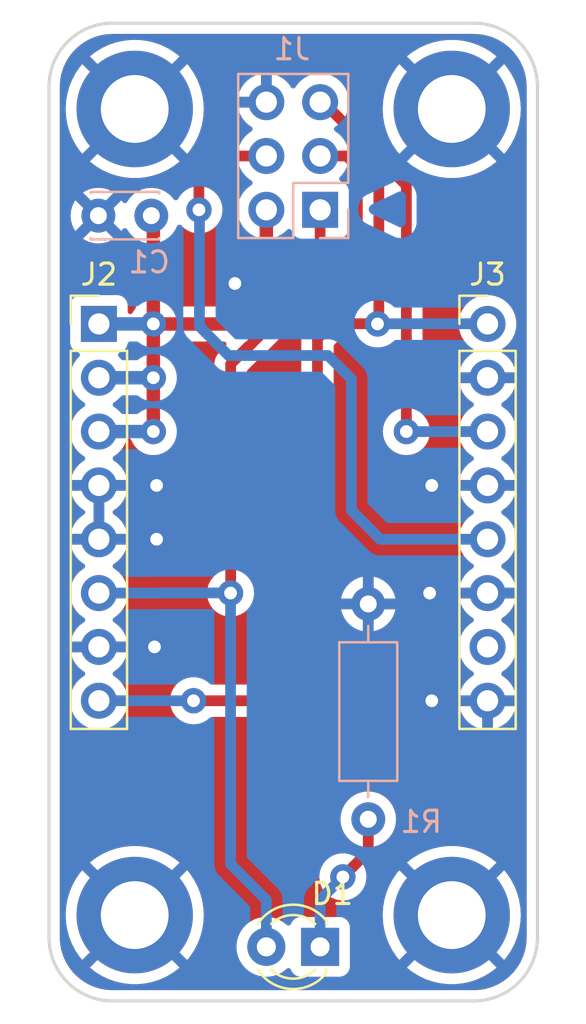
<source format=kicad_pcb>
(kicad_pcb (version 20211014) (generator pcbnew)
  (title_block (title "JTAG_ISP / ISP") (date "2022-03-18") (rev "v4.2.0"))
  (layers (0 "F.Cu" signal) (31 "B.Cu" signal) (34 "B.Paste" user) (35 "F.Paste" user) (36 "B.SilkS" user "B.Silkscreen") (37 "F.SilkS" user "F.Silkscreen") (38 "B.Mask" user) (39 "F.Mask" user) (44 "Edge.Cuts" user))
  (net 0 "")
  (net 1 "+5V")
  (net 2 "GND")
  (net 3 "MISO")
  (net 4 "SCLK")
  (net 5 "RESET")
  (net 6 "MOSI")
  (net 8 "Net-(D1-Pad1)")
  (footprint "Connector_PinHeader_2.54mm:PinHeader_1x08_P2.54mm_Vertical" (layer "F.Cu") (at 147.179995 75.505767)
    (fp_text reference "J2" (at 0 -2.33) (layer "F.SilkS"))
    (fp_text value "Conn_01x08")
    (fp_line (start 1.33 1.27) (end 1.33 19.11) (layer "F.SilkS") (width 0.12))
    (fp_line (start -1.33 1.27) (end 1.33 1.27) (layer "F.SilkS") (width 0.12))
    (fp_line (start -1.33 19.11) (end 1.33 19.11) (layer "F.SilkS") (width 0.12))
    (fp_line (start -1.33 1.27) (end -1.33 19.11) (layer "F.SilkS") (width 0.12))
    (fp_line (start -1.33 -1.33) (end 0 -1.33) (layer "F.SilkS") (width 0.12))
    (fp_line (start -1.33 0) (end -1.33 -1.33) (layer "F.SilkS") (width 0.12))
    (pad "1" thru_hole rect locked (at 0 0) (size 1.7 1.7) (drill 1) (layers *.Cu *.Mask) (net 1 "+5V"))
    (pad "2" thru_hole oval locked (at 0 2.54) (size 1.7 1.7) (drill 1) (layers *.Cu *.Mask) (net 1 "+5V"))
    (pad "3" thru_hole oval locked (at 0 5.08) (size 1.7 1.7) (drill 1) (layers *.Cu *.Mask) (net 1 "+5V"))
    (pad "4" thru_hole oval locked (at 0 7.62) (size 1.7 1.7) (drill 1) (layers *.Cu *.Mask) (net 2 "GND"))
    (pad "5" thru_hole oval locked (at 0 10.16) (size 1.7 1.7) (drill 1) (layers *.Cu *.Mask) (net 2 "GND"))
    (pad "6" thru_hole oval locked (at 0 12.7) (size 1.7 1.7) (drill 1) (layers *.Cu *.Mask) (net 3 "MISO"))
    (pad "7" thru_hole oval locked (at 0 15.24) (size 1.7 1.7) (drill 1) (layers *.Cu *.Mask) (net 2 "GND"))
    (pad "8" thru_hole oval locked (at 0 17.78) (size 1.7 1.7) (drill 1) (layers *.Cu *.Mask) (net 4 "SCLK"))
  )
  (footprint "MountingHole:MountingHole_3.2mm_M3_ISO14580_Pad" (layer "F.Cu") (at 148.871991 65.363573)
    (fp_text reference "REF**" hide)
    (fp_text value "MountingHole_3.2mm_M3_ISO14580_Pad" hide)
    (pad "1" thru_hole circle locked (at 0 0) (size 5.5 5.5) (drill 3.2) (layers *.Cu *.Mask) (net 2 "GND"))
  )
  (footprint "MountingHole:MountingHole_3.2mm_M3_ISO14580_Pad" (layer "F.Cu") (at 148.871991 103.399996)
    (fp_text reference "REF**" hide)
    (fp_text value "MountingHole_3.2mm_M3_ISO14580_Pad" hide)
    (pad "1" thru_hole circle locked (at 0 0) (size 5.5 5.5) (drill 3.2) (layers *.Cu *.Mask) (net 2 "GND"))
  )
  (footprint "Connector_PinHeader_2.54mm:PinHeader_1x08_P2.54mm_Vertical" (layer "F.Cu") (at 165.542011 75.505767)
    (fp_text reference "J3" (at 0 -2.33) (layer "F.SilkS"))
    (fp_text value "Conn_01x08")
    (fp_line (start 1.33 1.27) (end 1.33 19.11) (layer "F.SilkS") (width 0.12))
    (fp_line (start -1.33 1.27) (end 1.33 1.27) (layer "F.SilkS") (width 0.12))
    (fp_line (start -1.33 1.27) (end -1.33 19.11) (layer "F.SilkS") (width 0.12))
    (fp_line (start -1.33 19.11) (end 1.33 19.11) (layer "F.SilkS") (width 0.12))
    (fp_line (start -1.33 0) (end -1.33 -1.33) (layer "F.SilkS") (width 0.12))
    (fp_line (start -1.33 -1.33) (end 0 -1.33) (layer "F.SilkS") (width 0.12))
    (pad "1" thru_hole circle (at 0 0) (size 1.7 1.7) (drill 1) (layers *.Cu *.Mask) (net 4 "SCLK"))
    (pad "2" thru_hole oval (at 0 2.54) (size 1.7 1.7) (drill 1) (layers *.Cu *.Mask) (net 2 "GND"))
    (pad "3" thru_hole oval (at 0 5.08) (size 1.7 1.7) (drill 1) (layers *.Cu *.Mask) (net 5 "RESET"))
    (pad "4" thru_hole oval (at 0 7.62) (size 1.7 1.7) (drill 1) (layers *.Cu *.Mask) (net 2 "GND"))
    (pad "5" thru_hole oval (at 0 10.16) (size 1.7 1.7) (drill 1) (layers *.Cu *.Mask) (net 6 "MOSI"))
    (pad "6" thru_hole oval (at 0 12.7) (size 1.7 1.7) (drill 1) (layers *.Cu *.Mask) (net 2 "GND"))
    (pad "7" thru_hole oval (at 0 15.24) (size 1.7 1.7) (drill 1) (layers *.Cu *.Mask))
    (pad "8" thru_hole oval (at 0 17.78) (size 1.7 1.7) (drill 1) (layers *.Cu *.Mask) (net 2 "GND"))
  )
  (footprint "MountingHole:MountingHole_3.2mm_M3_ISO14580_Pad" (layer "F.Cu") (at 163.84999 65.363573)
    (fp_text reference "REF**" hide)
    (fp_text value "MountingHole_3.2mm_M3_ISO14580_Pad" hide)
    (pad "1" thru_hole circle locked (at 0 0) (size 5.5 5.5) (drill 3.2) (layers *.Cu *.Mask) (net 2 "GND"))
  )
  (footprint "MountingHole:MountingHole_3.2mm_M3_ISO14580_Pad" (layer "F.Cu") (at 163.84999 103.399996)
    (fp_text reference "REF**" hide)
    (fp_text value "MountingHole_3.2mm_M3_ISO14580_Pad" hide)
    (pad "1" thru_hole circle locked (at 0 0) (size 5.5 5.5) (drill 3.2) (layers *.Cu *.Mask) (net 2 "GND"))
  )
  (footprint "LED_THT:LED_D3.0mm" (layer "F.Cu") (at 157.631001 104.897568 180)
    (fp_text reference "D1" (at -0.575011 2.5) (layer "F.SilkS"))
    (fp_text value "LED")
    (fp_line (start -0.29 1.08) (end -0.29 1.236) (layer "F.SilkS") (width 0.12))
    (fp_line (start -0.29 -1.236) (end -0.29 -1.08) (layer "F.SilkS") (width 0.12))
    (fp_arc (start 2.942335 1.078608) (mid 1.366487 1.987659) (end -0.29 1.235516) (layer "F.SilkS") (width 0.12))
    (fp_arc (start 2.31113 1.079837) (mid 1.270117 1.5) (end 0.229039 1.08) (layer "F.SilkS") (width 0.12))
    (fp_arc (start -0.29 -1.235516) (mid 1.366487 -1.987659) (end 2.942335 -1.078608) (layer "F.SilkS") (width 0.12))
    (fp_arc (start 0.229039 -1.08) (mid 1.270117 -1.5) (end 2.31113 -1.079837) (layer "F.SilkS") (width 0.12))
    (pad "1" thru_hole rect locked (at 0 0 180) (size 1.8 1.8) (drill 0.9) (layers *.Cu *.Mask) (net 8 "Net-(D1-Pad1)"))
    (pad "2" thru_hole circle locked (at 2.54 0 180) (size 1.8 1.8) (drill 0.9) (layers *.Cu *.Mask) (net 3 "MISO"))
  )
  (footprint "Resistor_THT:R_Axial_DIN0207_L6.3mm_D2.5mm_P10.16mm_Horizontal" (layer "B.Cu") (at 159.906012 98.877568 90)
    (fp_text reference "R1" (at -0.12 2.5 180) (layer "B.SilkS") (effects (justify mirror)))
    (fp_text value "2k")
    (fp_line (start 1.04 0) (end 1.81 0) (layer "B.SilkS") (width 0.12))
    (fp_line (start 1.81 1.37) (end 1.81 -1.37) (layer "B.SilkS") (width 0.12))
    (fp_line (start 1.81 -1.37) (end 8.35 -1.37) (layer "B.SilkS") (width 0.12))
    (fp_line (start 8.35 1.37) (end 1.81 1.37) (layer "B.SilkS") (width 0.12))
    (fp_line (start 8.35 -1.37) (end 8.35 1.37) (layer "B.SilkS") (width 0.12))
    (fp_line (start 9.12 0) (end 8.35 0) (layer "B.SilkS") (width 0.12))
    (pad "1" thru_hole circle locked (at 0 0 90) (size 1.6 1.6) (drill 0.8) (layers *.Cu *.Mask) (net 8 "Net-(D1-Pad1)"))
    (pad "2" thru_hole oval locked (at 10.16 0 90) (size 1.6 1.6) (drill 0.8) (layers *.Cu *.Mask) (net 2 "GND"))
  )
  (footprint "Capacitor_THT:C_Disc_D3.0mm_W2.0mm_P2.50mm" (layer "B.Cu") (at 149.656012 70.397568 180)
    (fp_text reference "C1" (at 0.1 -2.2 180) (layer "B.SilkS") (effects (justify mirror)))
    (fp_text value "100nF")
    (fp_line (start -0.37 1.12) (end 2.87 1.12) (layer "B.SilkS") (width 0.12))
    (fp_line (start -0.37 -1.12) (end 2.87 -1.12) (layer "B.SilkS") (width 0.12))
    (fp_line (start -0.37 1.12) (end -0.37 1.055) (layer "B.SilkS") (width 0.12))
    (fp_line (start 2.87 -1.055) (end 2.87 -1.12) (layer "B.SilkS") (width 0.12))
    (fp_line (start 2.87 1.12) (end 2.87 1.055) (layer "B.SilkS") (width 0.12))
    (fp_line (start -0.37 -1.055) (end -0.37 -1.12) (layer "B.SilkS") (width 0.12))
    (pad "1" thru_hole circle locked (at 0 0 180) (size 1.6 1.6) (drill 0.8) (layers *.Cu *.Mask) (net 1 "+5V"))
    (pad "2" thru_hole circle locked (at 2.5 0 180) (size 1.6 1.6) (drill 0.8) (layers *.Cu *.Mask) (net 2 "GND"))
  )
  (footprint "Connector_PinSocket_2.54mm:PinSocket_2x03_P2.54mm_Vertical" (layer "B.Cu") (at 157.631003 70.122567)
    (fp_text reference "J1" (at -1.335038 -7.583203) (layer "B.SilkS") (effects (justify mirror)))
    (fp_text value "Conn_02x03_Odd_Even")
    (fp_line (start -3.87 -6.41) (end 1.33 -6.41) (layer "B.SilkS") (width 0.12))
    (fp_line (start -1.27 1.33) (end -1.27 -1.27) (layer "B.SilkS") (width 0.12))
    (fp_line (start 1.33 -1.27) (end 1.33 -6.41) (layer "B.SilkS") (width 0.12))
    (fp_line (start 1.33 1.33) (end 1.33 0) (layer "B.SilkS") (width 0.12))
    (fp_line (start 0 1.33) (end 1.33 1.33) (layer "B.SilkS") (width 0.12))
    (fp_line (start -1.27 -1.27) (end 1.33 -1.27) (layer "B.SilkS") (width 0.12))
    (fp_line (start -3.87 1.33) (end -3.87 -6.41) (layer "B.SilkS") (width 0.12))
    (fp_line (start -3.87 1.33) (end -1.27 1.33) (layer "B.SilkS") (width 0.12))
    (pad "1" thru_hole rect locked (at 0 0) (size 1.7 1.7) (drill 1) (layers *.Cu *.Mask) (net 3 "MISO"))
    (pad "2" thru_hole oval locked (at -2.54 0) (size 1.7 1.7) (drill 1) (layers *.Cu *.Mask) (net 1 "+5V"))
    (pad "3" thru_hole oval locked (at 0 -2.54) (size 1.7 1.7) (drill 1) (layers *.Cu *.Mask) (net 4 "SCLK"))
    (pad "4" thru_hole oval locked (at -2.54 -2.54) (size 1.7 1.7) (drill 1) (layers *.Cu *.Mask) (net 6 "MOSI"))
    (pad "5" thru_hole oval locked (at 0 -5.08) (size 1.7 1.7) (drill 1) (layers *.Cu *.Mask) (net 5 "RESET"))
    (pad "6" thru_hole oval locked (at -2.54 -5.08) (size 1.7 1.7) (drill 1) (layers *.Cu *.Mask) (net 2 "GND"))
  )
  (footprint "THOMAS_library:Fleche_small" (layer "B.Cu") (at 161.412017 70.452568)
    (fp_text reference "REF**" hide)
    (fp_text value "Fleche_small" hide)
    (fp_line (start 0.012998 0.233005) (end 0.012998 -0.943005) (layer "B.Cu") (width 0.508))
    (fp_line (start -0.07 0.12) (end -0.51 -0.54) (layer "B.Cu") (width 0.508))
    (fp_line (start 0.012998 0.233005) (end -1.225007 -0.354995) (layer "B.Cu") (width 0.508))
    (fp_line (start -1.224998 -0.354995) (end 0.012998 -0.943005) (layer "B.Cu") (width 0.508))
  )
  (gr_arc (start 167.9 104.45) (mid 167.02132 106.57132) (end 164.9 107.45) (layer "Edge.Cuts") (width 0.15))
  (gr_arc (start 164.9 61.31548) (mid 167.02132 62.19416) (end 167.9 64.31548) (layer "Edge.Cuts") (width 0.15))
  (gr_arc (start 144.822002 64.31548) (mid 145.700682 62.19416) (end 147.822002 61.31548) (layer "Edge.Cuts") (width 0.15))
  (gr_line (start 144.822002 64.31548) (end 144.822002 104.45) (layer "Edge.Cuts") (width 0.15))
  (gr_line (start 164.9 61.31548) (end 147.822002 61.31548) (layer "Edge.Cuts") (width 0.15))
  (gr_line (start 167.9 104.45) (end 167.9 64.31548) (layer "Edge.Cuts") (width 0.15))
  (gr_line (start 147.822002 107.45) (end 164.9 107.45) (layer "Edge.Cuts") (width 0.15))
  (gr_arc (start 147.822002 107.45) (mid 145.700682 106.57132) (end 144.822002 104.45) (layer "Edge.Cuts") (width 0.15))
  (segment (start 149.751593 80.597578) (end 149.751593 78.097558) (width 0.635) (layer "F.Cu") (net 1))
  (segment (start 149.751593 78.097558) (end 149.751593 75.509476) (width 0.635) (layer "F.Cu") (net 1))
  (segment (start 149.751593 75.509476) (end 149.751593 70.743149) (width 0.635) (layer "F.Cu") (net 1))
  (segment (start 155.091003 74.212577) (end 155.091003 70.122567) (width 0.635) (layer "F.Cu") (net 1))
  (segment (start 149.751593 70.743149) (end 149.406012 70.397568) (width 0.635) (layer "F.Cu") (net 1))
  (segment (start 153.794104 75.509476) (end 155.091003 74.212577) (width 0.635) (layer "F.Cu") (net 1))
  (segment (start 149.751593 75.509476) (end 153.794104 75.509476) (width 0.635) (layer "F.Cu") (net 1))
  (via (at 149.751593 75.505767) (size 1.2) (drill 0.6) (layers "F.Cu" "B.Cu") (net 1))
  (via (at 149.751593 78.045767) (size 1.2) (drill 0.6) (layers "F.Cu" "B.Cu") (net 1))
  (via (at 149.751593 80.585767) (size 1.2) (drill 0.6) (layers "F.Cu" "B.Cu") (net 1))
  (segment (start 147.179995 75.505767) (end 149.747884 75.505767) (width 0.635) (layer "B.Cu") (net 1))
  (segment (start 147.179995 78.045767) (end 149.699802 78.045767) (width 0.635) (layer "B.Cu") (net 1))
  (segment (start 149.747884 75.505767) (end 149.751593 75.509476) (width 0.635) (layer "B.Cu") (net 1))
  (segment (start 147.179995 80.585767) (end 149.739782 80.585767) (width 0.635) (layer "B.Cu") (net 1))
  (segment (start 149.699802 78.045767) (end 149.751593 78.097558) (width 0.635) (layer "B.Cu") (net 1))
  (segment (start 149.739782 80.585767) (end 149.751593 80.597578) (width 0.635) (layer "B.Cu") (net 1))
  (via (at 149.905999 85.665767) (size 1.2) (drill 0.6) (layers "F.Cu" "B.Cu") (net 2))
  (via (at 162.906024 83.125767) (size 1.2) (drill 0.6) (layers "F.Cu" "B.Cu") (net 2))
  (via (at 149.905999 83.125767) (size 1.2) (drill 0.6) (layers "F.Cu" "B.Cu") (net 2))
  (via (at 149.806 90.745767) (size 1.2) (drill 0.6) (layers "F.Cu" "B.Cu") (net 2))
  (via (at 162.906024 93.285767) (size 1.2) (drill 0.6) (layers "F.Cu" "B.Cu") (net 2))
  (via (at 153.606012 73.597568) (size 1.2) (drill 0.6) (layers "F.Cu" "B.Cu") (net 2))
  (via (at 162.806024 88.205767) (size 1.2) (drill 0.6) (layers "F.Cu" "B.Cu") (net 2))
  (segment (start 154.241049 76.588495) (end 157.631003 73.198541) (width 0.508) (layer "F.Cu") (net 3))
  (segment (start 157.631003 73.198541) (end 157.631003 70.122567) (width 0.508) (layer "F.Cu") (net 3))
  (segment (start 153.406012 88.191556) (end 153.406012 77.397568) (width 0.508) (layer "F.Cu") (net 3))
  (segment (start 153.4 88.197568) (end 153.406012 88.191556) (width 0.508) (layer "F.Cu") (net 3))
  (segment (start 154.215084 76.588496) (end 154.241049 76.588495) (width 0.508) (layer "F.Cu") (net 3))
  (segment (start 153.406012 77.397568) (end 154.215084 76.588496) (width 0.508) (layer "F.Cu") (net 3))
  (via (at 153.399998 88.205767) (size 1.2) (drill 0.6) (layers "F.Cu" "B.Cu") (net 3))
  (segment (start 155.091001 102.682557) (end 155.091001 104.897568) (width 0.508) (layer "B.Cu") (net 3))
  (segment (start 149.997813 88.205767) (end 147.179995 88.205767) (width 0.508) (layer "B.Cu") (net 3))
  (segment (start 153.4 88.197568) (end 153.4 100.991556) (width 0.508) (layer "B.Cu") (net 3))
  (segment (start 153.4 100.991556) (end 155.091001 102.682557) (width 0.508) (layer "B.Cu") (net 3))
  (segment (start 150.006012 88.197568) (end 149.997813 88.205767) (width 0.508) (layer "B.Cu") (net 3))
  (segment (start 153.4 88.197568) (end 150.006012 88.197568) (width 0.508) (layer "B.Cu") (net 3))
  (segment (start 158.882567 67.582567) (end 157.631003 67.582567) (width 0.508) (layer "F.Cu") (net 4))
  (segment (start 151.6618 93.285767) (end 151.649989 93.297578) (width 0.508) (layer "F.Cu") (net 4))
  (segment (start 157.506012 92.497568) (end 156.717813 93.285767) (width 0.508) (layer "F.Cu") (net 4))
  (segment (start 160.406012 75.436068) (end 160.406012 69.106012) (width 0.508) (layer "F.Cu") (net 4))
  (segment (start 160.344512 75.497568) (end 158.206012 75.497568) (width 0.508) (layer "F.Cu") (net 4))
  (segment (start 157.506012 76.197568) (end 157.506012 92.497568) (width 0.508) (layer "F.Cu") (net 4))
  (segment (start 158.206012 75.497568) (end 157.506012 76.197568) (width 0.508) (layer "F.Cu") (net 4))
  (segment (start 156.717813 93.285767) (end 151.6618 93.285767) (width 0.508) (layer "F.Cu") (net 4))
  (segment (start 160.406012 69.106012) (end 158.882567 67.582567) (width 0.508) (layer "F.Cu") (net 4))
  (segment (start 160.344512 75.497568) (end 160.406012 75.436068) (width 0.508) (layer "F.Cu") (net 4))
  (via (at 160.34451 75.505767) (size 1.2) (drill 0.6) (layers "F.Cu" "B.Cu") (net 4))
  (via (at 151.649989 93.285767) (size 1.2) (drill 0.6) (layers "F.Cu" "B.Cu") (net 4))
  (segment (start 165.542011 75.497568) (end 165.542011 75.505767) (width 0.508) (layer "B.Cu") (net 4))
  (segment (start 160.344512 75.497568) (end 165.542011 75.497568) (width 0.508) (layer "B.Cu") (net 4))
  (segment (start 147.179995 93.285767) (end 151.638178 93.285767) (width 0.508) (layer "B.Cu") (net 4))
  (segment (start 151.638178 93.285767) (end 151.649989 93.297578) (width 0.508) (layer "B.Cu") (net 4))
  (segment (start 161.706012 68.96985) (end 157.778729 65.042567) (width 0.508) (layer "F.Cu") (net 5))
  (segment (start 161.761521 80.542069) (end 161.706012 80.48656) (width 0.508) (layer "F.Cu") (net 5))
  (segment (start 157.778729 65.042567) (end 157.631003 65.042567) (width 0.508) (layer "F.Cu") (net 5))
  (segment (start 161.706012 80.48656) (end 161.706012 68.96985) (width 0.508) (layer "F.Cu") (net 5))
  (via (at 161.706001 80.585767) (size 1.2) (drill 0.6) (layers "F.Cu" "B.Cu") (net 5))
  (segment (start 165.542011 80.585767) (end 161.717823 80.585767) (width 0.508) (layer "B.Cu") (net 5))
  (segment (start 161.717823 80.585767) (end 161.706012 80.597578) (width 0.508) (layer "B.Cu") (net 5))
  (segment (start 151.906012 70.097568) (end 151.906012 68.497568) (width 0.508) (layer "F.Cu") (net 6))
  (segment (start 151.906012 68.497568) (end 152.821013 67.582567) (width 0.508) (layer "F.Cu") (net 6))
  (segment (start 152.821013 67.582567) (end 155.091003 67.582567) (width 0.508) (layer "F.Cu") (net 6))
  (via (at 151.906021 70.122567) (size 1.2) (drill 0.6) (layers "F.Cu" "B.Cu") (net 6))
  (segment (start 159.106012 78.097568) (end 159.106012 84.297568) (width 0.508) (layer "B.Cu") (net 6))
  (segment (start 158.006012 76.997568) (end 159.106012 78.097568) (width 0.508) (layer "B.Cu") (net 6))
  (segment (start 159.106012 84.297568) (end 160.474211 85.665767) (width 0.508) (layer "B.Cu") (net 6))
  (segment (start 151.931014 70.12257) (end 151.931014 75.62257) (width 0.508) (layer "B.Cu") (net 6))
  (segment (start 153.306012 76.997568) (end 158.006012 76.997568) (width 0.508) (layer "B.Cu") (net 6))
  (segment (start 151.931014 75.62257) (end 153.306012 76.997568) (width 0.508) (layer "B.Cu") (net 6))
  (segment (start 160.474211 85.665767) (end 165.542011 85.665767) (width 0.508) (layer "B.Cu") (net 6))
  (segment (start 159.906012 98.877568) (end 159.906012 100.397568) (width 0.508) (layer "F.Cu") (net 8))
  (segment (start 159.906012 100.397568) (end 158.706012 101.597568) (width 0.508) (layer "F.Cu") (net 8))
  (via (at 158.706012 101.597568) (size 1.2) (drill 0.6) (layers "F.Cu" "B.Cu") (net 8))
  (segment (start 158.706012 101.597568) (end 157.631001 102.672579) (width 0.508) (layer "B.Cu") (net 8))
  (segment (start 157.631001 102.672579) (end 157.631001 104.897568) (width 0.508) (layer "B.Cu") (net 8))
  (zone (net 2) (net_name "GND") (layers F&B.Cu) (connect_pads (clearance 0.508)) (min_thickness 0.254) (fill yes (thermal_gap 0.508) (thermal_bridge_width 0.508))
    (polygon (pts (xy 168.915994 108.466001) (xy 143.806012 108.466001) (xy 143.806012 60.297568) (xy 168.915994 60.297568)))
  )
)
</source>
